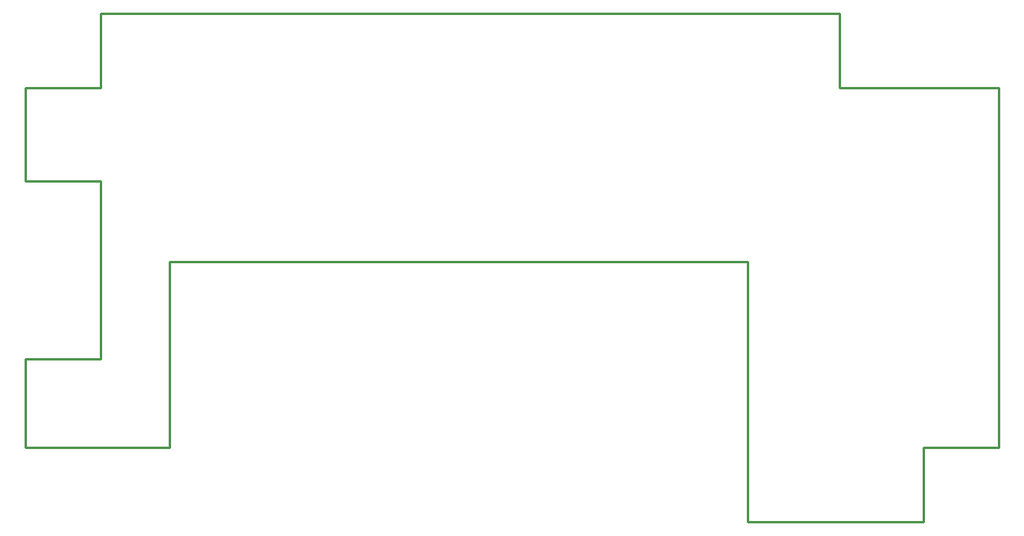
<source format=gko>
G04*
G04 #@! TF.GenerationSoftware,Altium Limited,Altium Designer,19.1.9 (167)*
G04*
G04 Layer_Color=13395711*
%FSLAX44Y44*%
%MOMM*%
G71*
G01*
G75*
%ADD11C,0.2500*%
D11*
X80000Y464750D02*
X870250D01*
X0Y285000D02*
X80000D01*
Y95000D02*
Y285000D01*
X870250Y385000D02*
X1040000D01*
X870250D02*
Y464750D01*
X960250Y-80000D02*
Y-250D01*
X771750Y-80000D02*
X960250D01*
X0Y285000D02*
Y385000D01*
X80000D01*
X0Y0D02*
X153750D01*
X0D02*
Y94750D01*
X250Y95000D02*
X80000D01*
X153750Y0D02*
Y198750D01*
X80000Y385000D02*
Y464750D01*
X153750Y198750D02*
X771750D01*
Y-80000D02*
Y198750D01*
X1040000Y-250D02*
Y385000D01*
X960250Y-250D02*
X1040000D01*
M02*

</source>
